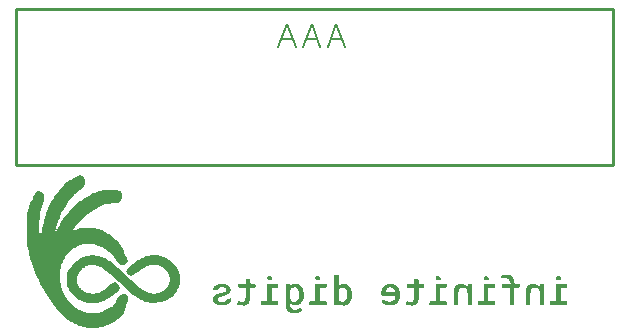
<source format=gbo>
G04 Layer: BottomSilkscreenLayer*
G04 EasyEDA v6.5.23, 2023-05-03 21:09:27*
G04 070e00cd3d364d4cb8f93b061264e40a,f016fa541b524367aba1ea0f7d3472e8,10*
G04 Gerber Generator version 0.2*
G04 Scale: 100 percent, Rotated: No, Reflected: No *
G04 Dimensions in millimeters *
G04 leading zeros omitted , absolute positions ,4 integer and 5 decimal *
%FSLAX45Y45*%
%MOMM*%

%ADD10C,0.2032*%
%ADD11C,0.2540*%

%LPD*%
G36*
X543509Y1599488D02*
G01*
X539648Y1597761D01*
X517804Y1586280D01*
X486308Y1569059D01*
X470611Y1560931D01*
X457403Y1554378D01*
X445770Y1549095D01*
X442620Y1547164D01*
X434797Y1541272D01*
X425246Y1533042D01*
X414375Y1522933D01*
X402590Y1511198D01*
X390296Y1498244D01*
X374802Y1480921D01*
X360019Y1463141D01*
X345897Y1444904D01*
X339039Y1435608D01*
X329184Y1421434D01*
X319633Y1407007D01*
X313486Y1397254D01*
X304596Y1382369D01*
X296062Y1367180D01*
X285292Y1346504D01*
X277622Y1330655D01*
X267970Y1309014D01*
X261162Y1292453D01*
X252577Y1269847D01*
X246583Y1252524D01*
X240944Y1234897D01*
X235661Y1216914D01*
X229158Y1192377D01*
X223266Y1167282D01*
X217982Y1141526D01*
X213309Y1115110D01*
X209245Y1088085D01*
X204978Y1053287D01*
X202234Y1024737D01*
X201726Y1023061D01*
X200812Y1023874D01*
X199593Y1026921D01*
X198221Y1031951D01*
X197510Y1036777D01*
X196240Y1055776D01*
X195173Y1084529D01*
X194462Y1119479D01*
X194259Y1157884D01*
X194767Y1193596D01*
X195986Y1224991D01*
X196900Y1239164D01*
X199390Y1264767D01*
X200964Y1276299D01*
X202793Y1287119D01*
X204825Y1297228D01*
X207111Y1306626D01*
X209651Y1315516D01*
X212445Y1323797D01*
X215493Y1331620D01*
X223367Y1349095D01*
X226720Y1358138D01*
X227990Y1362506D01*
X229870Y1371549D01*
X230987Y1381658D01*
X231444Y1393596D01*
X231546Y1411274D01*
X231292Y1419809D01*
X230784Y1426464D01*
X229870Y1431696D01*
X228498Y1435760D01*
X226517Y1439113D01*
X223926Y1442161D01*
X220522Y1445209D01*
X215950Y1448866D01*
X211582Y1452016D01*
X207314Y1454658D01*
X203200Y1456740D01*
X199237Y1458315D01*
X195376Y1459382D01*
X191617Y1459839D01*
X187960Y1459839D01*
X184353Y1459230D01*
X180848Y1458112D01*
X177393Y1456385D01*
X173939Y1454099D01*
X170586Y1451305D01*
X167233Y1447901D01*
X163880Y1443888D01*
X160528Y1439367D01*
X153771Y1428445D01*
X150368Y1422146D01*
X143154Y1407566D01*
X135585Y1392936D01*
X128574Y1380388D01*
X123037Y1371447D01*
X119430Y1366672D01*
X116382Y1361998D01*
X113537Y1356207D01*
X110794Y1348740D01*
X107899Y1338935D01*
X104800Y1326286D01*
X96977Y1290066D01*
X91795Y1263548D01*
X90220Y1254252D01*
X87884Y1235659D01*
X86309Y1215085D01*
X85445Y1190091D01*
X85140Y1158290D01*
X85344Y1092403D01*
X85852Y1068222D01*
X86766Y1046987D01*
X88341Y1027531D01*
X89966Y1013307D01*
X92964Y994003D01*
X96977Y973175D01*
X102209Y949604D01*
X108762Y922121D01*
X116890Y889508D01*
X122529Y868578D01*
X129235Y846785D01*
X136956Y824179D01*
X145643Y800862D01*
X155295Y776884D01*
X165862Y752297D01*
X174345Y733501D01*
X186486Y708101D01*
X202793Y675792D01*
X216712Y649630D01*
X229768Y626567D01*
X243840Y603097D01*
X258775Y579475D01*
X274421Y555955D01*
X294690Y526999D01*
X311251Y504443D01*
X327964Y482701D01*
X336296Y472185D01*
X357022Y447192D01*
X373176Y428802D01*
X388823Y412038D01*
X403758Y397154D01*
X417880Y384352D01*
X424535Y378815D01*
X430936Y373888D01*
X439877Y367487D01*
X450037Y360883D01*
X461060Y354076D01*
X472592Y347370D01*
X484428Y340817D01*
X496163Y334670D01*
X507593Y329082D01*
X518312Y324154D01*
X528066Y320090D01*
X536600Y317042D01*
X548894Y313334D01*
X561187Y310083D01*
X573430Y307238D01*
X585724Y304901D01*
X597966Y302920D01*
X610158Y301447D01*
X622350Y300329D01*
X634492Y299720D01*
X646531Y299466D01*
X658571Y299669D01*
X670509Y300329D01*
X682396Y301396D01*
X694182Y302869D01*
X705866Y304749D01*
X717448Y307086D01*
X728929Y309829D01*
X740359Y312978D01*
X751586Y316585D01*
X762762Y320548D01*
X773734Y324967D01*
X784606Y329742D01*
X795324Y334975D01*
X805891Y340614D01*
X816305Y346608D01*
X826566Y353060D01*
X836625Y359867D01*
X846480Y367131D01*
X856183Y374751D01*
X865682Y382778D01*
X874928Y391210D01*
X890117Y405638D01*
X900582Y416407D01*
X904443Y421081D01*
X907542Y425500D01*
X910082Y429920D01*
X912164Y434593D01*
X913993Y439826D01*
X917346Y452577D01*
X923137Y476300D01*
X926236Y487426D01*
X932942Y508660D01*
X936091Y517601D01*
X940460Y528675D01*
X942848Y535381D01*
X944676Y541477D01*
X946048Y547065D01*
X946861Y552196D01*
X947115Y556818D01*
X946861Y560984D01*
X946048Y564794D01*
X944626Y568198D01*
X942644Y571296D01*
X940053Y574090D01*
X936853Y576681D01*
X933043Y578967D01*
X928624Y581101D01*
X923544Y583082D01*
X917854Y584911D01*
X913079Y586079D01*
X908303Y586587D01*
X903478Y586486D01*
X898702Y585876D01*
X893927Y584657D01*
X889152Y582879D01*
X884428Y580593D01*
X879805Y577748D01*
X875182Y574395D01*
X870661Y570534D01*
X866241Y566216D01*
X861923Y561340D01*
X857656Y556056D01*
X853592Y550265D01*
X849630Y544017D01*
X845819Y537311D01*
X842162Y530199D01*
X838657Y522681D01*
X835355Y514756D01*
X831037Y503478D01*
X829310Y500481D01*
X827125Y497433D01*
X824433Y494334D01*
X821232Y491134D01*
X817524Y487832D01*
X808482Y481025D01*
X797306Y473709D01*
X783742Y465886D01*
X767842Y457454D01*
X736092Y442112D01*
X725373Y437388D01*
X715975Y433933D01*
X706932Y431596D01*
X697026Y430123D01*
X685190Y429310D01*
X670306Y428904D01*
X634034Y428650D01*
X619861Y428853D01*
X608025Y429412D01*
X597916Y430326D01*
X588924Y431800D01*
X580390Y433781D01*
X571754Y436422D01*
X562254Y439775D01*
X552094Y443890D01*
X542036Y448462D01*
X532079Y453593D01*
X522274Y459232D01*
X512622Y465328D01*
X503123Y471881D01*
X493776Y478891D01*
X484632Y486308D01*
X475742Y494080D01*
X467055Y502310D01*
X458622Y510844D01*
X450494Y519734D01*
X442620Y528929D01*
X435051Y538429D01*
X427837Y548182D01*
X420928Y558241D01*
X414375Y568502D01*
X408178Y579018D01*
X402386Y589737D01*
X397002Y600608D01*
X392023Y611632D01*
X387502Y622858D01*
X383489Y634187D01*
X379882Y645566D01*
X377393Y655269D01*
X375259Y665937D01*
X373430Y677418D01*
X371957Y689610D01*
X370789Y702360D01*
X369976Y715467D01*
X369519Y728827D01*
X369366Y742238D01*
X369570Y755548D01*
X370078Y768654D01*
X370941Y781354D01*
X372110Y793496D01*
X373634Y804976D01*
X375462Y815594D01*
X377647Y825195D01*
X380187Y833628D01*
X384911Y846531D01*
X390042Y859078D01*
X395579Y871118D01*
X401523Y882751D01*
X407822Y893927D01*
X414578Y904646D01*
X421690Y914908D01*
X429209Y924712D01*
X437083Y934008D01*
X445363Y942898D01*
X453999Y951280D01*
X463042Y959205D01*
X472440Y966673D01*
X482193Y973582D01*
X492302Y980084D01*
X502767Y986028D01*
X513791Y991666D01*
X524510Y996594D01*
X534974Y1000861D01*
X545338Y1004366D01*
X555650Y1007262D01*
X566064Y1009497D01*
X576630Y1011123D01*
X587451Y1012088D01*
X598678Y1012494D01*
X610412Y1012342D01*
X622655Y1011631D01*
X635609Y1010361D01*
X648360Y1008684D01*
X660450Y1006652D01*
X672033Y1004214D01*
X683260Y1001217D01*
X694232Y997712D01*
X705154Y993546D01*
X716127Y988771D01*
X727354Y983234D01*
X738886Y976884D01*
X750925Y969721D01*
X763625Y961644D01*
X777087Y952601D01*
X785012Y946962D01*
X792124Y941578D01*
X798372Y936294D01*
X803859Y931214D01*
X808685Y926185D01*
X812749Y921207D01*
X816203Y916228D01*
X822706Y904240D01*
X830376Y891032D01*
X838453Y878840D01*
X842568Y873150D01*
X850950Y862736D01*
X859485Y853643D01*
X867968Y845972D01*
X872185Y842721D01*
X876350Y839825D01*
X880516Y837387D01*
X884580Y835304D01*
X888542Y833678D01*
X892403Y832510D01*
X896213Y831799D01*
X899871Y831545D01*
X903579Y832053D01*
X907846Y833475D01*
X912469Y835710D01*
X917244Y838606D01*
X922121Y842060D01*
X926846Y845819D01*
X931265Y849884D01*
X935278Y854049D01*
X938631Y858164D01*
X941273Y862076D01*
X942949Y865733D01*
X943559Y868934D01*
X942492Y873658D01*
X939596Y881075D01*
X935380Y890168D01*
X927404Y905002D01*
X922019Y916178D01*
X917346Y927608D01*
X913942Y937818D01*
X910793Y950112D01*
X907643Y958596D01*
X903478Y967587D01*
X898296Y977036D01*
X892098Y986942D01*
X884783Y997407D01*
X876452Y1008430D01*
X867054Y1019911D01*
X856589Y1032002D01*
X845058Y1044651D01*
X835050Y1055065D01*
X825906Y1064056D01*
X817118Y1071981D01*
X808329Y1079042D01*
X799084Y1085697D01*
X788924Y1092149D01*
X777544Y1098804D01*
X764387Y1105966D01*
X750519Y1113180D01*
X737616Y1119530D01*
X725474Y1125067D01*
X713892Y1129893D01*
X702716Y1134008D01*
X691692Y1137513D01*
X680618Y1140460D01*
X669340Y1142847D01*
X657606Y1144828D01*
X645210Y1146403D01*
X632002Y1147673D01*
X617728Y1148638D01*
X600202Y1149451D01*
X585520Y1149604D01*
X572465Y1148943D01*
X566216Y1148283D01*
X553669Y1146200D01*
X539953Y1143152D01*
X519938Y1137920D01*
X501142Y1133297D01*
X494436Y1131976D01*
X489356Y1131316D01*
X485749Y1131316D01*
X483565Y1132027D01*
X482650Y1133449D01*
X482854Y1135634D01*
X484022Y1138529D01*
X486054Y1142238D01*
X491286Y1150264D01*
X497332Y1158544D01*
X504850Y1167993D01*
X513435Y1178255D01*
X522884Y1189126D01*
X543255Y1211275D01*
X553567Y1221994D01*
X563575Y1232001D01*
X573024Y1241094D01*
X581609Y1248867D01*
X589076Y1255115D01*
X607263Y1268120D01*
X633018Y1285341D01*
X653999Y1298549D01*
X674979Y1310995D01*
X695756Y1322578D01*
X710946Y1330553D01*
X733094Y1341374D01*
X742492Y1345336D01*
X751230Y1348333D01*
X760069Y1350518D01*
X769772Y1352042D01*
X781100Y1353210D01*
X813053Y1355140D01*
X832459Y1356766D01*
X849071Y1358849D01*
X855675Y1359966D01*
X860856Y1361084D01*
X864311Y1362202D01*
X868730Y1364437D01*
X872794Y1367231D01*
X876503Y1370584D01*
X879906Y1374343D01*
X882903Y1378559D01*
X885596Y1383080D01*
X887933Y1387957D01*
X889914Y1393037D01*
X891489Y1398320D01*
X892759Y1403756D01*
X893622Y1409242D01*
X894130Y1414780D01*
X894283Y1420266D01*
X894029Y1425651D01*
X893419Y1430934D01*
X892454Y1436065D01*
X891032Y1440891D01*
X889304Y1445463D01*
X887120Y1449628D01*
X884580Y1453438D01*
X881583Y1456791D01*
X878230Y1459585D01*
X874471Y1461820D01*
X870305Y1463446D01*
X862939Y1465173D01*
X853033Y1466697D01*
X841044Y1468069D01*
X827379Y1469186D01*
X812546Y1470101D01*
X796899Y1470710D01*
X780897Y1471015D01*
X764997Y1470964D01*
X756767Y1470558D01*
X747979Y1469542D01*
X738581Y1468018D01*
X728675Y1465884D01*
X718312Y1463294D01*
X707593Y1460195D01*
X696518Y1456639D01*
X685139Y1452626D01*
X661720Y1443329D01*
X649782Y1438148D01*
X625703Y1426667D01*
X613714Y1420520D01*
X589889Y1407312D01*
X578256Y1400352D01*
X566826Y1393190D01*
X555650Y1385824D01*
X544880Y1378305D01*
X534416Y1370634D01*
X514502Y1354785D01*
X495604Y1338580D01*
X477875Y1322171D01*
X465175Y1309573D01*
X456946Y1300988D01*
X440994Y1283208D01*
X425551Y1264361D01*
X417880Y1254455D01*
X410311Y1244244D01*
X395173Y1222552D01*
X379882Y1199083D01*
X364236Y1173530D01*
X340461Y1132484D01*
X334975Y1123543D01*
X332841Y1120597D01*
X331114Y1118616D01*
X329793Y1117650D01*
X328930Y1117752D01*
X328422Y1118819D01*
X328371Y1120952D01*
X329438Y1128369D01*
X332130Y1140053D01*
X336448Y1156106D01*
X340969Y1171803D01*
X344881Y1184097D01*
X349199Y1196543D01*
X353872Y1209192D01*
X358902Y1221892D01*
X364286Y1234694D01*
X369976Y1247495D01*
X375970Y1260348D01*
X388670Y1285748D01*
X402234Y1310640D01*
X416458Y1334719D01*
X423773Y1346352D01*
X438658Y1368552D01*
X446125Y1379067D01*
X453694Y1389126D01*
X461213Y1398676D01*
X468731Y1407718D01*
X476148Y1416151D01*
X483514Y1424025D01*
X490778Y1431239D01*
X497941Y1437741D01*
X504951Y1443532D01*
X534162Y1465326D01*
X546506Y1475181D01*
X555802Y1483461D01*
X559460Y1487220D01*
X562610Y1490827D01*
X565251Y1494434D01*
X567537Y1497990D01*
X569468Y1501698D01*
X572820Y1509826D01*
X575818Y1519377D01*
X577799Y1526844D01*
X579170Y1533804D01*
X579983Y1540306D01*
X580186Y1546402D01*
X579831Y1552143D01*
X578815Y1557629D01*
X577138Y1562862D01*
X574852Y1567942D01*
X571855Y1572869D01*
X568198Y1577746D01*
X563829Y1582623D01*
X558800Y1587500D01*
X548894Y1595983D01*
X545388Y1598523D01*
G37*
G36*
X1157833Y916178D02*
G01*
X1146911Y915720D01*
X1136040Y914704D01*
X1125220Y913079D01*
X1114399Y910894D01*
X1103579Y908151D01*
X1092758Y904748D01*
X1081786Y900785D01*
X1070762Y896162D01*
X1059586Y890930D01*
X1048258Y885088D01*
X1036726Y878535D01*
X1024940Y871372D01*
X1012952Y863498D01*
X1000607Y854964D01*
X986231Y844499D01*
X971803Y833374D01*
X959612Y823315D01*
X949706Y814171D01*
X945540Y809904D01*
X941933Y805789D01*
X938834Y801878D01*
X936244Y798068D01*
X934161Y794410D01*
X932586Y790854D01*
X931519Y787400D01*
X930910Y784047D01*
X930808Y780745D01*
X931164Y777494D01*
X931926Y774293D01*
X933196Y771093D01*
X934872Y767892D01*
X937006Y764692D01*
X942543Y758139D01*
X945946Y754735D01*
X952500Y748944D01*
X958646Y744169D01*
X963777Y740968D01*
X967130Y739800D01*
X971245Y741273D01*
X978408Y745286D01*
X987653Y751230D01*
X1007871Y765302D01*
X1026007Y776833D01*
X1047546Y789787D01*
X1075334Y805586D01*
X1105611Y821740D01*
X1116279Y826769D01*
X1125220Y830173D01*
X1133449Y832256D01*
X1141984Y833323D01*
X1151737Y833678D01*
X1170736Y833577D01*
X1182878Y832967D01*
X1193139Y831850D01*
X1202283Y829919D01*
X1210970Y827176D01*
X1219911Y823315D01*
X1230223Y818083D01*
X1235608Y814933D01*
X1245717Y808177D01*
X1255115Y800709D01*
X1259484Y796798D01*
X1263650Y792683D01*
X1271320Y784098D01*
X1274826Y779576D01*
X1281125Y770280D01*
X1283970Y765454D01*
X1288796Y755548D01*
X1290878Y750417D01*
X1294231Y740054D01*
X1295501Y734771D01*
X1296466Y729437D01*
X1297635Y718667D01*
X1297787Y713181D01*
X1297584Y706272D01*
X1296974Y699566D01*
X1295958Y693064D01*
X1294536Y686663D01*
X1292606Y680415D01*
X1290269Y674217D01*
X1287424Y668070D01*
X1284071Y661924D01*
X1280210Y655726D01*
X1275842Y649528D01*
X1270965Y643178D01*
X1265478Y636727D01*
X1261110Y631952D01*
X1256436Y627430D01*
X1251559Y623163D01*
X1246378Y619099D01*
X1241044Y615289D01*
X1235506Y611733D01*
X1229766Y608380D01*
X1223873Y605332D01*
X1211732Y600049D01*
X1205484Y597865D01*
X1199134Y595934D01*
X1192682Y594258D01*
X1186230Y592937D01*
X1179728Y591921D01*
X1173175Y591210D01*
X1166672Y590804D01*
X1160119Y590753D01*
X1153668Y591058D01*
X1147216Y591667D01*
X1138631Y593242D01*
X1129182Y595884D01*
X1119073Y599592D01*
X1108303Y604266D01*
X1096975Y609854D01*
X1085240Y616305D01*
X1073150Y623620D01*
X1060805Y631698D01*
X1048258Y640486D01*
X1035659Y649935D01*
X1023010Y659993D01*
X1010462Y670610D01*
X991108Y687882D01*
X968857Y708202D01*
X939749Y735380D01*
X917397Y756615D01*
X897788Y775665D01*
X879602Y793902D01*
X869492Y804468D01*
X861821Y811377D01*
X852474Y819302D01*
X830275Y836879D01*
X806246Y854659D01*
X794562Y862837D01*
X783691Y870102D01*
X773938Y876147D01*
X762762Y882497D01*
X751433Y888288D01*
X740054Y893470D01*
X728573Y898042D01*
X717092Y902055D01*
X705510Y905459D01*
X693928Y908303D01*
X682345Y910590D01*
X670763Y912317D01*
X659231Y913434D01*
X647750Y913993D01*
X636270Y913993D01*
X624941Y913434D01*
X613664Y912317D01*
X602488Y910640D01*
X591464Y908405D01*
X580593Y905560D01*
X569874Y902208D01*
X559308Y898296D01*
X548944Y893876D01*
X538835Y888847D01*
X528929Y883310D01*
X519226Y877214D01*
X509828Y870559D01*
X500735Y863396D01*
X491896Y855675D01*
X483362Y847445D01*
X475183Y838657D01*
X465988Y827989D01*
X457860Y817676D01*
X450748Y807618D01*
X444550Y797763D01*
X439267Y787908D01*
X434848Y778002D01*
X431190Y767892D01*
X428345Y757529D01*
X426212Y746709D01*
X424738Y735380D01*
X423875Y723392D01*
X423621Y710692D01*
X423773Y694486D01*
X424484Y681736D01*
X426008Y671068D01*
X428599Y661009D01*
X430377Y655828D01*
X435152Y644245D01*
X440690Y632155D01*
X446278Y621639D01*
X452475Y611530D01*
X459232Y601776D01*
X466547Y592480D01*
X474370Y583590D01*
X482650Y575157D01*
X491388Y567131D01*
X500583Y559612D01*
X510133Y552500D01*
X520090Y545947D01*
X530352Y539851D01*
X540918Y534263D01*
X551789Y529183D01*
X562864Y524662D01*
X574192Y520649D01*
X585673Y517245D01*
X597306Y514400D01*
X609041Y512114D01*
X620928Y510438D01*
X632815Y509371D01*
X644753Y508914D01*
X656742Y509066D01*
X668680Y509879D01*
X680516Y511403D01*
X692302Y513537D01*
X703986Y516331D01*
X715518Y519887D01*
X727405Y524306D01*
X740156Y529844D01*
X753211Y536244D01*
X766470Y543356D01*
X779678Y551027D01*
X792683Y559206D01*
X805383Y567740D01*
X817575Y576427D01*
X829056Y585216D01*
X839724Y593953D01*
X849325Y602538D01*
X857808Y610819D01*
X864869Y618642D01*
X870458Y625906D01*
X872591Y629259D01*
X874318Y632460D01*
X875588Y635457D01*
X876350Y638200D01*
X876604Y640740D01*
X875893Y644245D01*
X873912Y648665D01*
X870864Y653694D01*
X866952Y659231D01*
X862431Y664921D01*
X857453Y670610D01*
X847039Y680974D01*
X841959Y685241D01*
X837336Y688543D01*
X833323Y690676D01*
X830122Y691489D01*
X828141Y690880D01*
X824992Y689254D01*
X815898Y683209D01*
X804113Y674268D01*
X776630Y651306D01*
X763219Y640486D01*
X750570Y630885D01*
X738632Y622401D01*
X727252Y615086D01*
X716330Y608787D01*
X705764Y603554D01*
X695452Y599236D01*
X685342Y595884D01*
X675284Y593394D01*
X665175Y591769D01*
X654964Y590905D01*
X644499Y590804D01*
X633679Y591362D01*
X626770Y592074D01*
X619963Y593039D01*
X606907Y595782D01*
X600608Y597560D01*
X594512Y599592D01*
X588518Y601929D01*
X582726Y604469D01*
X571601Y610362D01*
X566267Y613714D01*
X561136Y617321D01*
X556209Y621182D01*
X551434Y625297D01*
X546811Y629666D01*
X542391Y634288D01*
X537006Y640435D01*
X532231Y646277D01*
X528116Y651967D01*
X524611Y657606D01*
X521614Y663194D01*
X519125Y668934D01*
X517143Y674878D01*
X515569Y681126D01*
X514451Y687781D01*
X513638Y694944D01*
X513181Y702716D01*
X513080Y720496D01*
X513435Y728370D01*
X514146Y735228D01*
X515315Y741426D01*
X516991Y747217D01*
X519328Y753059D01*
X522376Y759307D01*
X526237Y766267D01*
X529234Y771093D01*
X532536Y775919D01*
X536244Y780694D01*
X544525Y790092D01*
X553720Y798931D01*
X558596Y803148D01*
X568655Y810869D01*
X578967Y817473D01*
X584098Y820318D01*
X589229Y822807D01*
X594207Y824890D01*
X599084Y826516D01*
X603707Y827735D01*
X608939Y828751D01*
X620877Y830224D01*
X634136Y830986D01*
X647954Y831087D01*
X661670Y830478D01*
X674522Y829157D01*
X680415Y828294D01*
X690575Y826058D01*
X697585Y823518D01*
X709422Y818134D01*
X715619Y814882D01*
X728624Y807212D01*
X742797Y797661D01*
X758444Y786079D01*
X775766Y772210D01*
X795121Y755802D01*
X816813Y736600D01*
X841146Y714400D01*
X868324Y688949D01*
X924306Y635660D01*
X946403Y615594D01*
X967333Y597712D01*
X987247Y581812D01*
X1006398Y567791D01*
X1024991Y555447D01*
X1034135Y549859D01*
X1052372Y539699D01*
X1061466Y535127D01*
X1080109Y526542D01*
X1092149Y521868D01*
X1103477Y518566D01*
X1109319Y517347D01*
X1115466Y516331D01*
X1129385Y514858D01*
X1146606Y513791D01*
X1159764Y513435D01*
X1172718Y513689D01*
X1185367Y514451D01*
X1197813Y515772D01*
X1210005Y517702D01*
X1221892Y520090D01*
X1233474Y523087D01*
X1244803Y526592D01*
X1255776Y530606D01*
X1266393Y535127D01*
X1276705Y540156D01*
X1286611Y545642D01*
X1296162Y551688D01*
X1305306Y558139D01*
X1314094Y565099D01*
X1322425Y572516D01*
X1330299Y580390D01*
X1337767Y588721D01*
X1344777Y597458D01*
X1351330Y606653D01*
X1357376Y616254D01*
X1362913Y626262D01*
X1367942Y636676D01*
X1372412Y647496D01*
X1377848Y662025D01*
X1381556Y673760D01*
X1382877Y679043D01*
X1383842Y684225D01*
X1384503Y689406D01*
X1385112Y700684D01*
X1384808Y714400D01*
X1383995Y729894D01*
X1382522Y743712D01*
X1380286Y756818D01*
X1377238Y769264D01*
X1375410Y775258D01*
X1371092Y786942D01*
X1365808Y798220D01*
X1362862Y803757D01*
X1356106Y814679D01*
X1352397Y820115D01*
X1344117Y830935D01*
X1334719Y841806D01*
X1325524Y851357D01*
X1315923Y860298D01*
X1305864Y868578D01*
X1295450Y876198D01*
X1284630Y883107D01*
X1273352Y889406D01*
X1261719Y895045D01*
X1249629Y900023D01*
X1237132Y904392D01*
X1224229Y908050D01*
X1210919Y911098D01*
X1197152Y913485D01*
X1185722Y914908D01*
X1174445Y915822D01*
G37*
G36*
X4142892Y751992D02*
G01*
X4126687Y751382D01*
X4119168Y750824D01*
X4113580Y749909D01*
X4109618Y748588D01*
X4106926Y746607D01*
X4105249Y743864D01*
X4104233Y740156D01*
X4103014Y730453D01*
X4103065Y726744D01*
X4103928Y724052D01*
X4105859Y722274D01*
X4109212Y721207D01*
X4114292Y720699D01*
X4138168Y720801D01*
X4144873Y720496D01*
X4150766Y719785D01*
X4155998Y718616D01*
X4160570Y717042D01*
X4164533Y714959D01*
X4167936Y712317D01*
X4170883Y709117D01*
X4173423Y705307D01*
X4175607Y700836D01*
X4177487Y695655D01*
X4179112Y689813D01*
X4182922Y674217D01*
X4113784Y674217D01*
X4113784Y640283D01*
X4181703Y640283D01*
X4181703Y493115D01*
X4215638Y493115D01*
X4215638Y639622D01*
X4246930Y641959D01*
X4252620Y642772D01*
X4256938Y643839D01*
X4260088Y645363D01*
X4262374Y647496D01*
X4263898Y650290D01*
X4264863Y653999D01*
X4265574Y658672D01*
X4266031Y663651D01*
X4266031Y667410D01*
X4265269Y670153D01*
X4263491Y672084D01*
X4260494Y673252D01*
X4255973Y673912D01*
X4233062Y674268D01*
X4226661Y674573D01*
X4222089Y675284D01*
X4218990Y676706D01*
X4217111Y678992D01*
X4216095Y682345D01*
X4215739Y687070D01*
X4215333Y698601D01*
X4214317Y704037D01*
X4212691Y709574D01*
X4210507Y715010D01*
X4207814Y720394D01*
X4204716Y725576D01*
X4201210Y730453D01*
X4197299Y735025D01*
X4193184Y739089D01*
X4188764Y742696D01*
X4184192Y745744D01*
X4179519Y748080D01*
X4176471Y749046D01*
X4172407Y749909D01*
X4161891Y751230D01*
X4149445Y751890D01*
G37*
G36*
X2687370Y747826D02*
G01*
X2687370Y583285D01*
X2726994Y583285D01*
X2727096Y593496D01*
X2727452Y602640D01*
X2728010Y610717D01*
X2728823Y617626D01*
X2729788Y623366D01*
X2731008Y627888D01*
X2732430Y631190D01*
X2734056Y633222D01*
X2738678Y636422D01*
X2743708Y638962D01*
X2749042Y640892D01*
X2754528Y642162D01*
X2760116Y642721D01*
X2765653Y642620D01*
X2771038Y641756D01*
X2776118Y640181D01*
X2780334Y638098D01*
X2784144Y635406D01*
X2787548Y632206D01*
X2790596Y628446D01*
X2793238Y624230D01*
X2795473Y619658D01*
X2797403Y614730D01*
X2798927Y609447D01*
X2800096Y603961D01*
X2800959Y598271D01*
X2801416Y592480D01*
X2801569Y586536D01*
X2801366Y580593D01*
X2800858Y574649D01*
X2799994Y568756D01*
X2798826Y563016D01*
X2797352Y557377D01*
X2795625Y551992D01*
X2793542Y546862D01*
X2791155Y542086D01*
X2788513Y537667D01*
X2785567Y533654D01*
X2782366Y530148D01*
X2778912Y527100D01*
X2775204Y524713D01*
X2771190Y522884D01*
X2766974Y521766D01*
X2762453Y521411D01*
X2757627Y521563D01*
X2753207Y522122D01*
X2749194Y523087D01*
X2745587Y524459D01*
X2742336Y526338D01*
X2739440Y528624D01*
X2736850Y531418D01*
X2734665Y534771D01*
X2732735Y538632D01*
X2731109Y543102D01*
X2729788Y548182D01*
X2728722Y553821D01*
X2727960Y560171D01*
X2727401Y567182D01*
X2726994Y583285D01*
X2687370Y583285D01*
X2687370Y493115D01*
X2704338Y493115D01*
X2711805Y493623D01*
X2717139Y495249D01*
X2720289Y497941D01*
X2721305Y501700D01*
X2721762Y505968D01*
X2723692Y507288D01*
X2727960Y505714D01*
X2740050Y498297D01*
X2744774Y495858D01*
X2749499Y493877D01*
X2754223Y492251D01*
X2758897Y491083D01*
X2763621Y490270D01*
X2768244Y489864D01*
X2772816Y489813D01*
X2777388Y490118D01*
X2781858Y490829D01*
X2786227Y491896D01*
X2790494Y493268D01*
X2794711Y494995D01*
X2798775Y497027D01*
X2802737Y499414D01*
X2806547Y502107D01*
X2810205Y505104D01*
X2813710Y508406D01*
X2817063Y511962D01*
X2820212Y515823D01*
X2823210Y519938D01*
X2825953Y524306D01*
X2828493Y528980D01*
X2830830Y533857D01*
X2832963Y538988D01*
X2834792Y544322D01*
X2836418Y549910D01*
X2837738Y555701D01*
X2838805Y561695D01*
X2839567Y567842D01*
X2840024Y574243D01*
X2840177Y580796D01*
X2840024Y587502D01*
X2839567Y594004D01*
X2838805Y600354D01*
X2837789Y606501D01*
X2836468Y612444D01*
X2833116Y623722D01*
X2831033Y629056D01*
X2828747Y634136D01*
X2826258Y639013D01*
X2823565Y643585D01*
X2820670Y647903D01*
X2817622Y651967D01*
X2814370Y655777D01*
X2810967Y659282D01*
X2807411Y662432D01*
X2803753Y665327D01*
X2799943Y667918D01*
X2795981Y670153D01*
X2791968Y672084D01*
X2787853Y673658D01*
X2783636Y674827D01*
X2779369Y675690D01*
X2775051Y676148D01*
X2770632Y676249D01*
X2766212Y675944D01*
X2761792Y675284D01*
X2757322Y674166D01*
X2752852Y672642D01*
X2748381Y670661D01*
X2743962Y668274D01*
X2739542Y665429D01*
X2726994Y656590D01*
X2726994Y747826D01*
G37*
G36*
X4588459Y739952D02*
G01*
X4583582Y739698D01*
X4579010Y738327D01*
X4574895Y736142D01*
X4571492Y733145D01*
X4569002Y729488D01*
X4567580Y725424D01*
X4567478Y720953D01*
X4568850Y716280D01*
X4571847Y711504D01*
X4575200Y708710D01*
X4579975Y706272D01*
X4585563Y704291D01*
X4591456Y702818D01*
X4597044Y702056D01*
X4601768Y702056D01*
X4605020Y702970D01*
X4606239Y704900D01*
X4607153Y708964D01*
X4609388Y715467D01*
X4609846Y719429D01*
X4608830Y724103D01*
X4606493Y728878D01*
X4603038Y733196D01*
X4598416Y736854D01*
X4593488Y739089D01*
G37*
G36*
X3977182Y739952D02*
G01*
X3972255Y739698D01*
X3967683Y738327D01*
X3963568Y736142D01*
X3960164Y733145D01*
X3957675Y729488D01*
X3956253Y725424D01*
X3956151Y720953D01*
X3957523Y716280D01*
X3960571Y711504D01*
X3963873Y708710D01*
X3968648Y706272D01*
X3974236Y704291D01*
X3980129Y702818D01*
X3985717Y702056D01*
X3990441Y702056D01*
X3993692Y702970D01*
X3994912Y704900D01*
X3995826Y708964D01*
X3998061Y715467D01*
X3998518Y719429D01*
X3997502Y724103D01*
X3995165Y728878D01*
X3991711Y733196D01*
X3987088Y736854D01*
X3982161Y739089D01*
G37*
G36*
X3569614Y739952D02*
G01*
X3564737Y739698D01*
X3560114Y738327D01*
X3556050Y736142D01*
X3552647Y733145D01*
X3550158Y729488D01*
X3548735Y725424D01*
X3548583Y720953D01*
X3549954Y716280D01*
X3553002Y711504D01*
X3556355Y708710D01*
X3561079Y706272D01*
X3566718Y704291D01*
X3572611Y702818D01*
X3578199Y702056D01*
X3582924Y702056D01*
X3586124Y702970D01*
X3587343Y704900D01*
X3588308Y708964D01*
X3590493Y715467D01*
X3591001Y719429D01*
X3589934Y724103D01*
X3587597Y728878D01*
X3584143Y733196D01*
X3579520Y736854D01*
X3574643Y739089D01*
G37*
G36*
X2550769Y739952D02*
G01*
X2545842Y739698D01*
X2541270Y738327D01*
X2537155Y736142D01*
X2533751Y733145D01*
X2531262Y729488D01*
X2529840Y725424D01*
X2529738Y720953D01*
X2531110Y716280D01*
X2534158Y711504D01*
X2537460Y708710D01*
X2542235Y706272D01*
X2547823Y704291D01*
X2553716Y702818D01*
X2559304Y702056D01*
X2564028Y702056D01*
X2567279Y702970D01*
X2568498Y704900D01*
X2569413Y708964D01*
X2571648Y715467D01*
X2572105Y719429D01*
X2571089Y724103D01*
X2568752Y728878D01*
X2565298Y733196D01*
X2560675Y736854D01*
X2555748Y739089D01*
G37*
G36*
X2143201Y739952D02*
G01*
X2138324Y739698D01*
X2133701Y738327D01*
X2129637Y736142D01*
X2126234Y733145D01*
X2123744Y729488D01*
X2122322Y725424D01*
X2122170Y720953D01*
X2123541Y716280D01*
X2126589Y711504D01*
X2129942Y708710D01*
X2134666Y706272D01*
X2140305Y704291D01*
X2146198Y702818D01*
X2151786Y702056D01*
X2156510Y702056D01*
X2159711Y702970D01*
X2160930Y704900D01*
X2161895Y708964D01*
X2164080Y715467D01*
X2164588Y719429D01*
X2163521Y724103D01*
X2161184Y728878D01*
X2157780Y733196D01*
X2153107Y736854D01*
X2148230Y739089D01*
G37*
G36*
X3386429Y713841D02*
G01*
X3380130Y713790D01*
X3375355Y713435D01*
X3371850Y712571D01*
X3369411Y711047D01*
X3367887Y708609D01*
X3367024Y705104D01*
X3366668Y700328D01*
X3366617Y674217D01*
X3325266Y674217D01*
X3317595Y673963D01*
X3312058Y673303D01*
X3308350Y672033D01*
X3306064Y670001D01*
X3304895Y667004D01*
X3304438Y662787D01*
X3304438Y651713D01*
X3304895Y647496D01*
X3306064Y644499D01*
X3308350Y642467D01*
X3312058Y641197D01*
X3317595Y640537D01*
X3335477Y640283D01*
X3366617Y640283D01*
X3366515Y575818D01*
X3365804Y557530D01*
X3365093Y550062D01*
X3364026Y543610D01*
X3362655Y538073D01*
X3360928Y533501D01*
X3358743Y529742D01*
X3356101Y526796D01*
X3352952Y524611D01*
X3349294Y523087D01*
X3345027Y522173D01*
X3340100Y521817D01*
X3334512Y521970D01*
X3328263Y522579D01*
X3309975Y524967D01*
X3303066Y524256D01*
X3299155Y520954D01*
X3296716Y514553D01*
X3295446Y509320D01*
X3294887Y505256D01*
X3295345Y502208D01*
X3297123Y499821D01*
X3300425Y497890D01*
X3305556Y496265D01*
X3312820Y494588D01*
X3329127Y491540D01*
X3341420Y490067D01*
X3347110Y489762D01*
X3352444Y489762D01*
X3357524Y490016D01*
X3362299Y490626D01*
X3366820Y491540D01*
X3371037Y492759D01*
X3374948Y494284D01*
X3378657Y496163D01*
X3382060Y498398D01*
X3385210Y500989D01*
X3388106Y503935D01*
X3390798Y507238D01*
X3393236Y510895D01*
X3395421Y514908D01*
X3397402Y519379D01*
X3399180Y524154D01*
X3402076Y535025D01*
X3404158Y547471D01*
X3405479Y561644D01*
X3406140Y577596D01*
X3406241Y640283D01*
X3435959Y640334D01*
X3441446Y640689D01*
X3445408Y641400D01*
X3448202Y642721D01*
X3449980Y644855D01*
X3450996Y647852D01*
X3451402Y651916D01*
X3451402Y662584D01*
X3450996Y666648D01*
X3449980Y669696D01*
X3448202Y671779D01*
X3445408Y673100D01*
X3441446Y673811D01*
X3435959Y674166D01*
X3421532Y674268D01*
X3415995Y674624D01*
X3411982Y675386D01*
X3409238Y676910D01*
X3407562Y679297D01*
X3406648Y682802D01*
X3406292Y687628D01*
X3406140Y700328D01*
X3405784Y705104D01*
X3404920Y708609D01*
X3403396Y711047D01*
X3400958Y712571D01*
X3397453Y713435D01*
X3392678Y713790D01*
G37*
G36*
X1960016Y713841D02*
G01*
X1953717Y713790D01*
X1948942Y713435D01*
X1945436Y712571D01*
X1942998Y711047D01*
X1941474Y708609D01*
X1940610Y705104D01*
X1940255Y700328D01*
X1940204Y674217D01*
X1898853Y674217D01*
X1891182Y673963D01*
X1885645Y673303D01*
X1881936Y672033D01*
X1879650Y670001D01*
X1878482Y667004D01*
X1878025Y662787D01*
X1878025Y651713D01*
X1878482Y647496D01*
X1879650Y644499D01*
X1881936Y642467D01*
X1885645Y641197D01*
X1891182Y640537D01*
X1909064Y640283D01*
X1940204Y640283D01*
X1940102Y575818D01*
X1939391Y557530D01*
X1938680Y550062D01*
X1937613Y543610D01*
X1936242Y538073D01*
X1934514Y533501D01*
X1932330Y529742D01*
X1929688Y526796D01*
X1926539Y524611D01*
X1922881Y523087D01*
X1918614Y522173D01*
X1913686Y521817D01*
X1908098Y521970D01*
X1901850Y522579D01*
X1883562Y524967D01*
X1876653Y524256D01*
X1872742Y520954D01*
X1870303Y514553D01*
X1869033Y509320D01*
X1868474Y505256D01*
X1868932Y502208D01*
X1870710Y499821D01*
X1874012Y497890D01*
X1879142Y496265D01*
X1886407Y494588D01*
X1902714Y491540D01*
X1915007Y490067D01*
X1920697Y489762D01*
X1926031Y489762D01*
X1931111Y490016D01*
X1935886Y490626D01*
X1940407Y491540D01*
X1944624Y492759D01*
X1948535Y494284D01*
X1952243Y496163D01*
X1955647Y498398D01*
X1958797Y500989D01*
X1961692Y503935D01*
X1964385Y507238D01*
X1966823Y510895D01*
X1969007Y514908D01*
X1970989Y519379D01*
X1972767Y524154D01*
X1975662Y535025D01*
X1977745Y547471D01*
X1979066Y561644D01*
X1979726Y577596D01*
X1979828Y640283D01*
X2009546Y640334D01*
X2015032Y640689D01*
X2018995Y641400D01*
X2021789Y642721D01*
X2023567Y644855D01*
X2024583Y647852D01*
X2024989Y651916D01*
X2024989Y662584D01*
X2024583Y666648D01*
X2023567Y669696D01*
X2021789Y671779D01*
X2018995Y673100D01*
X2015032Y673811D01*
X2009546Y674166D01*
X1995119Y674268D01*
X1989582Y674624D01*
X1985568Y675386D01*
X1982825Y676910D01*
X1981149Y679297D01*
X1980234Y682802D01*
X1979879Y687628D01*
X1979726Y700328D01*
X1979371Y705104D01*
X1978507Y708609D01*
X1976983Y711047D01*
X1974545Y712571D01*
X1971039Y713435D01*
X1966264Y713790D01*
G37*
G36*
X4566615Y674217D02*
G01*
X4566615Y527050D01*
X4532985Y526999D01*
X4526788Y526694D01*
X4522266Y525983D01*
X4519218Y524713D01*
X4517237Y522630D01*
X4516170Y519633D01*
X4515764Y515518D01*
X4515662Y493115D01*
X4662830Y493115D01*
X4662728Y515569D01*
X4662322Y519734D01*
X4661154Y522732D01*
X4659071Y524814D01*
X4655667Y526084D01*
X4650638Y526745D01*
X4634534Y527050D01*
X4606239Y527050D01*
X4606239Y640283D01*
X4643678Y640334D01*
X4650638Y640588D01*
X4655667Y641248D01*
X4659071Y642518D01*
X4661154Y644601D01*
X4662322Y647598D01*
X4662728Y651764D01*
X4662830Y674217D01*
G37*
G36*
X4447743Y674217D02*
G01*
X4439412Y673709D01*
X4434230Y671830D01*
X4431538Y668223D01*
X4430776Y662432D01*
X4430776Y650646D01*
X4411675Y662432D01*
X4406290Y665480D01*
X4400753Y668070D01*
X4395114Y670102D01*
X4389424Y671728D01*
X4383735Y672846D01*
X4378045Y673506D01*
X4372356Y673760D01*
X4366768Y673506D01*
X4361332Y672896D01*
X4355998Y671830D01*
X4350816Y670306D01*
X4345889Y668426D01*
X4341215Y666140D01*
X4336796Y663448D01*
X4332681Y660400D01*
X4328972Y656945D01*
X4325620Y653135D01*
X4322673Y648970D01*
X4320184Y644448D01*
X4318152Y639622D01*
X4317288Y636574D01*
X4315714Y627532D01*
X4314342Y615188D01*
X4313174Y600303D01*
X4312361Y583742D01*
X4311954Y566216D01*
X4311904Y493115D01*
X4351528Y493115D01*
X4351528Y567740D01*
X4351883Y586232D01*
X4352645Y601421D01*
X4354017Y613562D01*
X4354982Y618642D01*
X4356150Y623062D01*
X4357522Y626872D01*
X4359097Y630174D01*
X4360976Y632968D01*
X4363110Y635254D01*
X4365498Y637184D01*
X4368241Y638657D01*
X4371238Y639826D01*
X4374642Y640689D01*
X4382465Y641705D01*
X4392371Y641959D01*
X4397349Y641807D01*
X4401870Y641350D01*
X4405985Y640638D01*
X4409744Y639572D01*
X4413097Y638098D01*
X4416044Y636270D01*
X4418685Y633933D01*
X4421022Y631139D01*
X4423003Y627786D01*
X4424730Y623874D01*
X4426204Y619404D01*
X4427423Y614273D01*
X4428439Y608431D01*
X4429810Y594664D01*
X4430522Y577697D01*
X4430776Y557326D01*
X4430776Y493115D01*
X4464710Y493115D01*
X4464710Y674217D01*
G37*
G36*
X3955287Y674217D02*
G01*
X3955287Y527050D01*
X3921658Y526999D01*
X3915460Y526694D01*
X3910990Y525983D01*
X3907891Y524713D01*
X3905910Y522630D01*
X3904894Y519633D01*
X3904437Y515518D01*
X3904335Y493115D01*
X4051503Y493115D01*
X4051452Y515569D01*
X4050995Y519734D01*
X4049826Y522732D01*
X4047744Y524814D01*
X4044340Y526084D01*
X4039311Y526745D01*
X4023207Y527050D01*
X3994912Y527050D01*
X3994912Y640283D01*
X4032351Y640334D01*
X4039311Y640588D01*
X4044340Y641248D01*
X4047744Y642518D01*
X4049826Y644601D01*
X4050995Y647598D01*
X4051452Y651764D01*
X4051503Y674217D01*
G37*
G36*
X3836415Y674217D02*
G01*
X3828084Y673709D01*
X3822903Y671830D01*
X3820210Y668223D01*
X3819448Y662432D01*
X3819448Y650646D01*
X3800348Y662432D01*
X3794963Y665480D01*
X3789426Y668070D01*
X3783837Y670102D01*
X3778148Y671728D01*
X3772408Y672846D01*
X3766718Y673506D01*
X3761028Y673760D01*
X3755491Y673506D01*
X3750005Y672896D01*
X3744671Y671830D01*
X3739489Y670306D01*
X3734562Y668426D01*
X3729888Y666140D01*
X3725468Y663448D01*
X3721404Y660400D01*
X3717645Y656945D01*
X3714292Y653135D01*
X3711346Y648970D01*
X3708857Y644448D01*
X3706825Y639622D01*
X3705199Y632510D01*
X3703675Y621741D01*
X3702405Y608025D01*
X3701440Y592175D01*
X3700779Y575005D01*
X3700576Y557326D01*
X3700576Y493115D01*
X3740200Y493115D01*
X3740200Y567740D01*
X3740556Y586232D01*
X3741318Y601421D01*
X3742690Y613562D01*
X3743655Y618642D01*
X3744823Y623062D01*
X3746195Y626872D01*
X3747770Y630174D01*
X3749649Y632968D01*
X3751783Y635254D01*
X3754170Y637184D01*
X3756914Y638657D01*
X3759911Y639826D01*
X3763314Y640689D01*
X3771137Y641705D01*
X3781044Y641959D01*
X3786022Y641807D01*
X3790594Y641350D01*
X3794709Y640638D01*
X3798417Y639572D01*
X3801770Y638098D01*
X3804716Y636270D01*
X3807358Y633933D01*
X3809695Y631139D01*
X3811727Y627786D01*
X3813454Y623874D01*
X3814876Y619404D01*
X3816096Y614273D01*
X3817112Y608431D01*
X3817924Y601929D01*
X3818940Y586587D01*
X3819398Y567944D01*
X3819448Y493115D01*
X3853383Y493115D01*
X3853383Y674217D01*
G37*
G36*
X3547719Y674217D02*
G01*
X3547719Y527050D01*
X3514140Y526999D01*
X3507943Y526694D01*
X3503422Y525983D01*
X3500323Y524713D01*
X3498392Y522630D01*
X3497326Y519633D01*
X3496868Y515518D01*
X3496767Y493115D01*
X3643985Y493115D01*
X3643884Y515569D01*
X3643426Y519734D01*
X3642309Y522732D01*
X3640175Y524814D01*
X3636772Y526084D01*
X3631742Y526745D01*
X3615639Y527050D01*
X3587343Y527050D01*
X3587343Y640283D01*
X3624834Y640334D01*
X3631742Y640588D01*
X3636772Y641248D01*
X3640175Y642518D01*
X3642309Y644601D01*
X3643426Y647598D01*
X3643884Y651764D01*
X3643985Y674217D01*
G37*
G36*
X2528874Y674217D02*
G01*
X2528874Y527050D01*
X2495245Y526999D01*
X2489047Y526694D01*
X2484577Y525983D01*
X2481478Y524713D01*
X2479497Y522630D01*
X2478481Y519633D01*
X2478024Y515518D01*
X2477922Y493115D01*
X2625090Y493115D01*
X2625039Y515569D01*
X2624582Y519734D01*
X2623413Y522732D01*
X2621330Y524814D01*
X2617927Y526084D01*
X2612898Y526745D01*
X2596794Y527050D01*
X2568498Y527050D01*
X2568498Y640283D01*
X2605938Y640334D01*
X2612898Y640588D01*
X2617927Y641248D01*
X2621330Y642518D01*
X2623413Y644601D01*
X2624582Y647598D01*
X2625039Y651764D01*
X2625090Y674217D01*
G37*
G36*
X2279802Y674217D02*
G01*
X2279802Y582320D01*
X2312924Y582320D01*
X2312974Y590092D01*
X2313381Y597662D01*
X2314194Y604875D01*
X2315362Y611581D01*
X2316886Y617626D01*
X2318766Y622858D01*
X2321052Y627126D01*
X2323693Y630224D01*
X2328214Y633933D01*
X2332685Y637082D01*
X2337104Y639673D01*
X2341473Y641705D01*
X2345690Y643178D01*
X2349855Y644144D01*
X2353919Y644550D01*
X2357831Y644499D01*
X2361590Y643940D01*
X2365248Y642823D01*
X2368702Y641299D01*
X2372004Y639267D01*
X2375103Y636727D01*
X2377998Y633780D01*
X2380691Y630377D01*
X2383129Y626516D01*
X2385364Y622249D01*
X2387295Y617524D01*
X2389022Y612394D01*
X2390394Y606907D01*
X2391511Y600964D01*
X2392375Y594664D01*
X2392832Y588010D01*
X2393035Y580948D01*
X2392730Y573582D01*
X2391918Y566572D01*
X2390597Y559968D01*
X2388768Y553770D01*
X2386533Y548030D01*
X2383942Y542747D01*
X2380945Y537972D01*
X2377592Y533704D01*
X2373985Y529996D01*
X2370124Y526897D01*
X2366010Y524357D01*
X2361742Y522478D01*
X2357323Y521208D01*
X2352751Y520598D01*
X2348128Y520750D01*
X2343454Y521563D01*
X2338781Y523189D01*
X2334158Y525576D01*
X2329586Y528726D01*
X2325116Y532739D01*
X2322372Y536244D01*
X2319985Y540816D01*
X2317902Y546354D01*
X2316226Y552653D01*
X2314854Y559562D01*
X2313838Y566877D01*
X2313178Y574548D01*
X2312924Y582320D01*
X2279802Y582320D01*
X2280005Y531825D01*
X2280412Y511098D01*
X2281224Y493776D01*
X2282545Y479551D01*
X2283409Y473456D01*
X2284476Y468020D01*
X2285695Y463092D01*
X2287066Y458724D01*
X2288692Y454812D01*
X2290521Y451358D01*
X2292604Y448208D01*
X2294940Y445465D01*
X2297531Y442925D01*
X2300376Y440639D01*
X2306980Y436575D01*
X2319274Y430885D01*
X2324760Y428904D01*
X2330500Y427380D01*
X2336546Y426262D01*
X2342692Y425500D01*
X2349042Y425094D01*
X2355392Y425094D01*
X2361793Y425399D01*
X2368143Y426008D01*
X2374392Y426923D01*
X2380437Y428091D01*
X2386279Y429514D01*
X2391816Y431190D01*
X2396998Y433070D01*
X2401824Y435152D01*
X2406142Y437438D01*
X2410002Y439826D01*
X2413203Y442366D01*
X2415844Y445058D01*
X2417724Y447801D01*
X2418892Y450646D01*
X2419197Y453542D01*
X2418689Y456539D01*
X2417216Y459485D01*
X2414778Y462432D01*
X2409393Y467106D01*
X2404414Y468630D01*
X2398014Y467106D01*
X2382012Y459536D01*
X2375814Y457250D01*
X2369718Y455625D01*
X2363825Y454609D01*
X2358085Y454304D01*
X2352598Y454558D01*
X2347366Y455472D01*
X2342388Y456996D01*
X2337714Y459130D01*
X2333396Y461822D01*
X2329434Y465074D01*
X2325878Y468934D01*
X2322728Y473354D01*
X2319985Y478282D01*
X2317750Y483768D01*
X2316022Y489762D01*
X2314244Y498398D01*
X2314549Y502767D01*
X2317242Y503732D01*
X2322830Y501954D01*
X2329484Y499364D01*
X2335885Y497230D01*
X2342032Y495452D01*
X2347976Y494080D01*
X2353665Y493064D01*
X2359152Y492455D01*
X2364486Y492251D01*
X2369616Y492404D01*
X2374544Y493014D01*
X2379319Y493979D01*
X2383942Y495401D01*
X2388412Y497179D01*
X2392730Y499414D01*
X2396947Y502005D01*
X2401011Y505053D01*
X2404973Y508508D01*
X2408783Y512368D01*
X2412542Y516635D01*
X2416251Y521360D01*
X2419858Y526491D01*
X2422702Y531266D01*
X2425242Y536397D01*
X2427478Y541832D01*
X2429306Y547522D01*
X2430830Y553415D01*
X2431999Y559562D01*
X2432812Y565810D01*
X2433320Y572211D01*
X2433523Y578713D01*
X2433421Y585216D01*
X2433015Y591769D01*
X2431237Y604774D01*
X2429916Y611124D01*
X2428290Y617372D01*
X2426360Y623468D01*
X2424176Y629361D01*
X2421737Y635000D01*
X2418994Y640384D01*
X2415997Y645464D01*
X2412746Y650189D01*
X2409240Y654507D01*
X2405430Y658469D01*
X2401417Y661974D01*
X2396388Y665378D01*
X2390648Y668223D01*
X2384399Y670560D01*
X2377795Y672287D01*
X2370886Y673506D01*
X2363825Y674116D01*
X2356815Y674116D01*
X2349906Y673557D01*
X2343302Y672439D01*
X2337054Y670712D01*
X2331364Y668375D01*
X2326335Y665429D01*
X2319578Y660958D01*
X2315819Y659434D01*
X2314143Y660958D01*
X2313787Y665429D01*
X2312771Y669340D01*
X2309622Y672084D01*
X2304338Y673709D01*
X2296820Y674217D01*
G37*
G36*
X2121306Y674217D02*
G01*
X2121306Y527050D01*
X2087727Y526999D01*
X2081530Y526694D01*
X2077008Y525983D01*
X2073910Y524713D01*
X2071979Y522630D01*
X2070912Y519633D01*
X2070455Y515518D01*
X2070404Y493115D01*
X2217572Y493115D01*
X2217470Y515569D01*
X2217013Y519734D01*
X2215896Y522732D01*
X2213762Y524814D01*
X2210358Y526084D01*
X2205329Y526745D01*
X2189226Y527050D01*
X2160930Y527050D01*
X2160930Y640283D01*
X2198420Y640334D01*
X2205329Y640588D01*
X2210358Y641248D01*
X2213762Y642518D01*
X2215896Y644601D01*
X2217013Y647598D01*
X2217470Y651764D01*
X2217572Y674217D01*
G37*
G36*
X1742643Y673912D02*
G01*
X1730908Y673354D01*
X1719325Y671576D01*
X1713687Y670306D01*
X1708150Y668782D01*
X1702816Y666953D01*
X1697685Y664921D01*
X1692757Y662635D01*
X1688084Y660146D01*
X1683715Y657402D01*
X1679651Y654456D01*
X1675993Y651357D01*
X1672691Y648055D01*
X1669796Y644550D01*
X1667357Y640892D01*
X1665427Y637133D01*
X1664004Y633171D01*
X1663141Y629056D01*
X1662836Y624840D01*
X1663496Y621842D01*
X1665427Y619607D01*
X1668373Y618083D01*
X1672132Y617220D01*
X1676603Y617067D01*
X1681480Y617474D01*
X1686560Y618540D01*
X1691741Y620166D01*
X1696821Y622300D01*
X1701495Y624992D01*
X1705660Y628142D01*
X1712823Y635711D01*
X1717141Y638962D01*
X1721967Y641604D01*
X1727149Y643585D01*
X1732584Y644906D01*
X1738172Y645668D01*
X1743760Y645871D01*
X1749298Y645464D01*
X1754581Y644448D01*
X1759610Y642975D01*
X1764131Y640943D01*
X1768093Y638352D01*
X1771396Y635304D01*
X1773885Y631748D01*
X1775510Y627735D01*
X1776018Y623265D01*
X1775460Y618693D01*
X1773682Y614578D01*
X1770684Y610920D01*
X1766265Y607669D01*
X1760423Y604723D01*
X1753057Y602081D01*
X1744116Y599744D01*
X1725574Y595934D01*
X1718056Y594106D01*
X1711045Y592074D01*
X1704441Y589788D01*
X1698345Y587298D01*
X1692706Y584606D01*
X1687575Y581710D01*
X1682902Y578612D01*
X1678686Y575310D01*
X1675028Y571804D01*
X1671828Y568147D01*
X1669135Y564337D01*
X1666951Y560324D01*
X1665274Y556158D01*
X1664106Y551840D01*
X1663446Y547319D01*
X1663344Y542696D01*
X1663801Y537921D01*
X1664766Y533044D01*
X1666290Y527964D01*
X1668119Y523595D01*
X1670456Y519531D01*
X1673250Y515721D01*
X1676450Y512165D01*
X1680006Y508914D01*
X1683969Y505917D01*
X1688236Y503224D01*
X1692859Y500786D01*
X1697685Y498652D01*
X1702765Y496773D01*
X1708099Y495198D01*
X1713534Y493877D01*
X1719173Y492861D01*
X1724914Y492099D01*
X1730705Y491642D01*
X1742490Y491591D01*
X1748383Y491947D01*
X1754225Y492607D01*
X1760016Y493522D01*
X1771243Y496265D01*
X1776628Y498043D01*
X1781810Y500126D01*
X1786788Y502462D01*
X1791512Y505104D01*
X1795932Y508050D01*
X1800047Y511251D01*
X1803806Y514705D01*
X1807210Y518464D01*
X1810207Y522528D01*
X1812747Y526897D01*
X1816506Y534263D01*
X1819046Y539800D01*
X1820265Y543864D01*
X1820164Y546608D01*
X1818538Y548335D01*
X1815287Y549249D01*
X1810410Y549656D01*
X1803755Y549706D01*
X1795272Y548843D01*
X1787753Y546252D01*
X1781048Y541832D01*
X1771040Y531317D01*
X1766366Y527812D01*
X1761185Y525018D01*
X1755597Y522884D01*
X1749653Y521411D01*
X1743608Y520547D01*
X1737512Y520395D01*
X1731518Y520801D01*
X1725777Y521817D01*
X1720342Y523443D01*
X1715414Y525627D01*
X1711096Y528320D01*
X1707489Y531622D01*
X1704797Y535381D01*
X1703070Y539699D01*
X1702460Y544474D01*
X1702714Y546811D01*
X1703578Y549046D01*
X1705051Y551230D01*
X1707235Y553313D01*
X1710182Y555396D01*
X1713941Y557479D01*
X1718564Y559562D01*
X1730705Y564032D01*
X1747012Y568960D01*
X1763217Y573582D01*
X1769211Y575665D01*
X1774850Y577951D01*
X1780082Y580440D01*
X1785010Y583133D01*
X1789531Y585927D01*
X1793646Y588924D01*
X1797405Y592023D01*
X1800809Y595274D01*
X1803806Y598576D01*
X1806397Y602030D01*
X1808581Y605586D01*
X1810359Y609193D01*
X1811731Y612851D01*
X1812747Y616559D01*
X1813306Y620268D01*
X1813407Y624027D01*
X1813153Y627786D01*
X1812442Y631545D01*
X1811274Y635304D01*
X1809699Y639013D01*
X1807667Y642670D01*
X1805228Y646226D01*
X1802333Y649782D01*
X1798929Y653237D01*
X1795119Y656539D01*
X1790852Y659790D01*
X1786077Y662889D01*
X1781302Y665530D01*
X1776272Y667816D01*
X1771040Y669696D01*
X1765604Y671220D01*
X1760016Y672388D01*
X1754276Y673201D01*
X1748485Y673709D01*
G37*
G36*
X3164281Y673760D02*
G01*
X3157677Y673404D01*
X3151174Y672541D01*
X3144774Y671271D01*
X3138525Y669594D01*
X3132531Y667410D01*
X3126841Y664870D01*
X3121456Y661873D01*
X3116529Y658418D01*
X3112058Y654608D01*
X3108502Y650697D01*
X3104997Y645871D01*
X3101594Y640283D01*
X3098342Y634085D01*
X3095244Y627430D01*
X3092450Y620369D01*
X3089960Y613054D01*
X3087911Y606145D01*
X3124911Y606145D01*
X3125165Y609295D01*
X3126282Y613359D01*
X3128264Y618845D01*
X3130854Y624332D01*
X3133750Y629208D01*
X3136544Y632815D01*
X3140964Y636625D01*
X3145840Y639572D01*
X3151174Y641654D01*
X3156813Y642874D01*
X3162604Y643280D01*
X3168548Y642823D01*
X3174492Y641604D01*
X3180334Y639521D01*
X3186023Y636727D01*
X3191357Y633120D01*
X3196386Y628802D01*
X3200857Y623722D01*
X3204108Y619252D01*
X3206445Y615340D01*
X3207766Y612038D01*
X3208070Y609244D01*
X3207258Y606907D01*
X3205226Y605028D01*
X3202025Y603504D01*
X3197504Y602386D01*
X3191611Y601573D01*
X3184347Y601014D01*
X3175558Y600710D01*
X3151479Y600659D01*
X3141014Y600913D01*
X3133598Y601421D01*
X3128721Y602335D01*
X3125978Y603910D01*
X3124911Y606145D01*
X3087911Y606145D01*
X3086049Y598322D01*
X3084677Y591108D01*
X3083864Y584200D01*
X3083560Y577748D01*
X3084118Y576986D01*
X3085744Y576275D01*
X3091840Y574954D01*
X3101390Y573887D01*
X3113887Y573074D01*
X3128873Y572516D01*
X3170021Y572211D01*
X3187039Y571754D01*
X3193237Y571296D01*
X3198114Y570687D01*
X3201822Y569874D01*
X3204514Y568858D01*
X3206292Y567588D01*
X3207410Y566064D01*
X3207969Y564235D01*
X3208121Y562102D01*
X3207664Y556971D01*
X3206343Y552094D01*
X3204260Y547573D01*
X3201466Y543306D01*
X3198063Y539445D01*
X3194050Y535940D01*
X3189528Y532790D01*
X3184601Y530047D01*
X3179267Y527761D01*
X3173679Y525881D01*
X3167888Y524459D01*
X3161893Y523544D01*
X3155848Y523138D01*
X3149803Y523240D01*
X3143758Y523900D01*
X3137916Y525119D01*
X3132226Y526948D01*
X3126790Y529336D01*
X3121710Y532384D01*
X3112008Y539953D01*
X3107994Y540918D01*
X3103880Y538937D01*
X3098647Y533755D01*
X3093770Y527710D01*
X3092551Y523138D01*
X3095193Y518312D01*
X3102000Y511556D01*
X3106216Y508000D01*
X3110788Y504799D01*
X3115665Y501904D01*
X3120898Y499364D01*
X3126333Y497179D01*
X3132023Y495350D01*
X3137916Y493826D01*
X3143910Y492658D01*
X3150057Y491845D01*
X3156254Y491337D01*
X3162503Y491235D01*
X3168700Y491439D01*
X3174898Y492048D01*
X3180994Y492963D01*
X3187039Y494284D01*
X3192881Y495960D01*
X3198520Y497941D01*
X3203956Y500329D01*
X3209137Y503123D01*
X3214014Y506222D01*
X3218535Y509625D01*
X3222701Y513334D01*
X3226612Y517347D01*
X3230168Y521614D01*
X3233420Y526084D01*
X3236366Y530809D01*
X3239008Y535736D01*
X3241344Y540766D01*
X3243326Y546049D01*
X3245053Y551383D01*
X3246424Y556869D01*
X3247542Y562457D01*
X3248355Y568147D01*
X3248812Y573836D01*
X3249015Y579577D01*
X3248914Y585368D01*
X3247745Y596849D01*
X3246729Y602538D01*
X3245459Y608177D01*
X3243834Y613714D01*
X3241903Y619150D01*
X3239719Y624433D01*
X3237230Y629615D01*
X3234436Y634593D01*
X3231337Y639419D01*
X3227984Y644042D01*
X3224276Y648411D01*
X3220364Y652526D01*
X3216097Y656437D01*
X3211576Y659993D01*
X3206750Y663295D01*
X3201466Y666242D01*
X3195828Y668680D01*
X3189884Y670610D01*
X3183686Y672134D01*
X3177336Y673150D01*
X3170834Y673658D01*
G37*
D10*
X2707408Y2872046D02*
G01*
X2781300Y2678084D01*
X2707408Y2872046D02*
G01*
X2633517Y2678084D01*
X2753591Y2742737D02*
G01*
X2661226Y2742737D01*
X2498666Y2872046D02*
G01*
X2572557Y2678084D01*
X2498666Y2872046D02*
G01*
X2424775Y2678084D01*
X2544848Y2742737D02*
G01*
X2452484Y2742737D01*
X2289924Y2872046D02*
G01*
X2363815Y2678084D01*
X2289924Y2872046D02*
G01*
X2216035Y2678084D01*
X2336106Y2742737D02*
G01*
X2243744Y2742737D01*
D11*
X0Y2997200D02*
G01*
X0Y1679194D01*
X5050002Y1679194D01*
X5050002Y2997200D01*
X0Y2997200D01*
M02*

</source>
